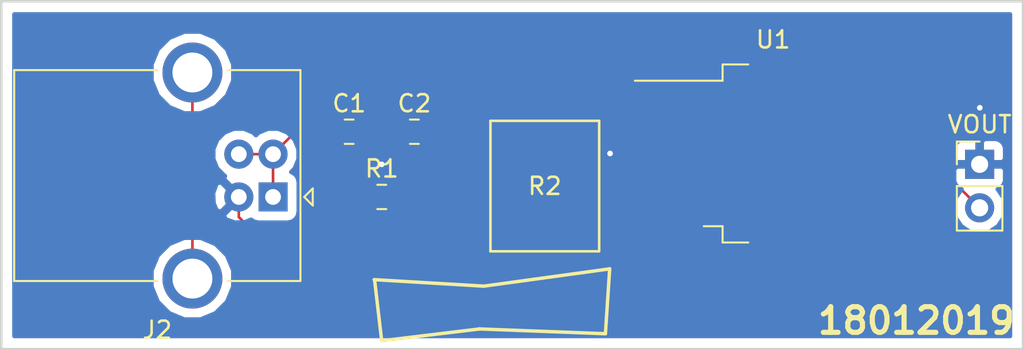
<source format=kicad_pcb>
(kicad_pcb (version 20171130) (host pcbnew "(5.0.2)-1")

  (general
    (thickness 1.6)
    (drawings 13)
    (tracks 51)
    (zones 0)
    (modules 7)
    (nets 7)
  )

  (page A4)
  (layers
    (0 F.Cu signal)
    (31 B.Cu signal)
    (32 B.Adhes user)
    (33 F.Adhes user)
    (34 B.Paste user)
    (35 F.Paste user)
    (36 B.SilkS user)
    (37 F.SilkS user)
    (38 B.Mask user)
    (39 F.Mask user)
    (40 Dwgs.User user)
    (41 Cmts.User user)
    (42 Eco1.User user)
    (43 Eco2.User user)
    (44 Edge.Cuts user)
    (45 Margin user)
    (46 B.CrtYd user)
    (47 F.CrtYd user)
    (48 B.Fab user)
    (49 F.Fab user)
  )

  (setup
    (last_trace_width 0.1524)
    (trace_clearance 0.1524)
    (zone_clearance 0.508)
    (zone_45_only no)
    (trace_min 0.1524)
    (segment_width 0.2)
    (edge_width 0.15)
    (via_size 0.6858)
    (via_drill 0.3302)
    (via_min_size 0.027)
    (via_min_drill 0.013)
    (uvia_size 0.3)
    (uvia_drill 0.1)
    (uvias_allowed no)
    (uvia_min_size 0.2)
    (uvia_min_drill 0.1)
    (pcb_text_width 0.3)
    (pcb_text_size 1.5 1.5)
    (mod_edge_width 0.15)
    (mod_text_size 1 1)
    (mod_text_width 0.15)
    (pad_size 1.524 1.524)
    (pad_drill 0.762)
    (pad_to_mask_clearance 0.051)
    (solder_mask_min_width 0.25)
    (aux_axis_origin 0 0)
    (visible_elements 7FFFFFFF)
    (pcbplotparams
      (layerselection 0x010f0_ffffffff)
      (usegerberextensions true)
      (usegerberattributes false)
      (usegerberadvancedattributes false)
      (creategerberjobfile false)
      (excludeedgelayer true)
      (linewidth 0.100000)
      (plotframeref false)
      (viasonmask false)
      (mode 1)
      (useauxorigin false)
      (hpglpennumber 1)
      (hpglpenspeed 20)
      (hpglpendiameter 15.000000)
      (psnegative false)
      (psa4output false)
      (plotreference true)
      (plotvalue true)
      (plotinvisibletext false)
      (padsonsilk false)
      (subtractmaskfromsilk false)
      (outputformat 1)
      (mirror false)
      (drillshape 0)
      (scaleselection 1)
      (outputdirectory ""))
  )

  (net 0 "")
  (net 1 GND)
  (net 2 "Net-(C1-Pad1)")
  (net 3 /VOUT)
  (net 4 "Net-(J2-Pad5)")
  (net 5 "Net-(R1-Pad1)")
  (net 6 "Net-(R2-Pad1)")

  (net_class Default "This is the default net class."
    (clearance 0.1524)
    (trace_width 0.1524)
    (via_dia 0.6858)
    (via_drill 0.3302)
    (uvia_dia 0.3)
    (uvia_drill 0.1)
    (add_net "Net-(C1-Pad1)")
    (add_net "Net-(J2-Pad5)")
    (add_net "Net-(R1-Pad1)")
    (add_net "Net-(R2-Pad1)")
  )

  (net_class Header ""
    (clearance 0.0254)
    (trace_width 0.1524)
    (via_dia 0.6858)
    (via_drill 0.3302)
    (uvia_dia 0.3)
    (uvia_drill 0.1)
    (add_net /VOUT)
    (add_net GND)
  )

  (module Connector_PinHeader_2.54mm:PinHeader_1x02_P2.54mm_Vertical (layer F.Cu) (tedit 5C41F4E9) (tstamp 5C4EAF0C)
    (at 175.26 79.375)
    (descr "Through hole straight pin header, 1x02, 2.54mm pitch, single row")
    (tags "Through hole pin header THT 1x02 2.54mm single row")
    (path /5C41BE51)
    (fp_text reference VOUT (at 0 -2.33) (layer F.SilkS)
      (effects (font (size 1 1) (thickness 0.15)))
    )
    (fp_text value Blub (at 0 4.87) (layer F.Fab)
      (effects (font (size 1 1) (thickness 0.15)))
    )
    (fp_text user %R (at 0 1.27 90) (layer F.Fab)
      (effects (font (size 1 1) (thickness 0.15)))
    )
    (fp_line (start 1.8 -1.8) (end -1.8 -1.8) (layer F.CrtYd) (width 0.05))
    (fp_line (start 1.8 4.35) (end 1.8 -1.8) (layer F.CrtYd) (width 0.05))
    (fp_line (start -1.8 4.35) (end 1.8 4.35) (layer F.CrtYd) (width 0.05))
    (fp_line (start -1.8 -1.8) (end -1.8 4.35) (layer F.CrtYd) (width 0.05))
    (fp_line (start -1.33 -1.33) (end 0 -1.33) (layer F.SilkS) (width 0.12))
    (fp_line (start -1.33 0) (end -1.33 -1.33) (layer F.SilkS) (width 0.12))
    (fp_line (start -1.33 1.27) (end 1.33 1.27) (layer F.SilkS) (width 0.12))
    (fp_line (start 1.33 1.27) (end 1.33 3.87) (layer F.SilkS) (width 0.12))
    (fp_line (start -1.33 1.27) (end -1.33 3.87) (layer F.SilkS) (width 0.12))
    (fp_line (start -1.33 3.87) (end 1.33 3.87) (layer F.SilkS) (width 0.12))
    (fp_line (start -1.27 -0.635) (end -0.635 -1.27) (layer F.Fab) (width 0.1))
    (fp_line (start -1.27 3.81) (end -1.27 -0.635) (layer F.Fab) (width 0.1))
    (fp_line (start 1.27 3.81) (end -1.27 3.81) (layer F.Fab) (width 0.1))
    (fp_line (start 1.27 -1.27) (end 1.27 3.81) (layer F.Fab) (width 0.1))
    (fp_line (start -0.635 -1.27) (end 1.27 -1.27) (layer F.Fab) (width 0.1))
    (pad 2 thru_hole oval (at 0 2.54) (size 1.7 1.7) (drill 1) (layers *.Cu *.Mask)
      (net 3 /VOUT))
    (pad 1 thru_hole rect (at 0 0) (size 1.7 1.7) (drill 1) (layers *.Cu *.Mask)
      (net 1 GND))
    (model ${KISYS3DMOD}/Connector_PinHeader_2.54mm.3dshapes/PinHeader_1x02_P2.54mm_Vertical.wrl
      (at (xyz 0 0 0))
      (scale (xyz 1 1 1))
      (rotate (xyz 0 0 0))
    )
  )

  (module Capacitor_SMD:C_0805_2012Metric (layer F.Cu) (tedit 5B36C52B) (tstamp 5C4E609E)
    (at 138.43 77.47)
    (descr "Capacitor SMD 0805 (2012 Metric), square (rectangular) end terminal, IPC_7351 nominal, (Body size source: https://docs.google.com/spreadsheets/d/1BsfQQcO9C6DZCsRaXUlFlo91Tg2WpOkGARC1WS5S8t0/edit?usp=sharing), generated with kicad-footprint-generator")
    (tags capacitor)
    (path /5C41B796)
    (attr smd)
    (fp_text reference C1 (at 0 -1.65) (layer F.SilkS)
      (effects (font (size 1 1) (thickness 0.15)))
    )
    (fp_text value C (at 0 1.65) (layer F.Fab)
      (effects (font (size 1 1) (thickness 0.15)))
    )
    (fp_text user %R (at 0 0) (layer F.Fab)
      (effects (font (size 0.5 0.5) (thickness 0.08)))
    )
    (fp_line (start 1.68 0.95) (end -1.68 0.95) (layer F.CrtYd) (width 0.05))
    (fp_line (start 1.68 -0.95) (end 1.68 0.95) (layer F.CrtYd) (width 0.05))
    (fp_line (start -1.68 -0.95) (end 1.68 -0.95) (layer F.CrtYd) (width 0.05))
    (fp_line (start -1.68 0.95) (end -1.68 -0.95) (layer F.CrtYd) (width 0.05))
    (fp_line (start -0.258578 0.71) (end 0.258578 0.71) (layer F.SilkS) (width 0.12))
    (fp_line (start -0.258578 -0.71) (end 0.258578 -0.71) (layer F.SilkS) (width 0.12))
    (fp_line (start 1 0.6) (end -1 0.6) (layer F.Fab) (width 0.1))
    (fp_line (start 1 -0.6) (end 1 0.6) (layer F.Fab) (width 0.1))
    (fp_line (start -1 -0.6) (end 1 -0.6) (layer F.Fab) (width 0.1))
    (fp_line (start -1 0.6) (end -1 -0.6) (layer F.Fab) (width 0.1))
    (pad 2 smd roundrect (at 0.9375 0) (size 0.975 1.4) (layers F.Cu F.Paste F.Mask) (roundrect_rratio 0.25)
      (net 1 GND))
    (pad 1 smd roundrect (at -0.9375 0) (size 0.975 1.4) (layers F.Cu F.Paste F.Mask) (roundrect_rratio 0.25)
      (net 2 "Net-(C1-Pad1)"))
    (model ${KISYS3DMOD}/Capacitor_SMD.3dshapes/C_0805_2012Metric.wrl
      (at (xyz 0 0 0))
      (scale (xyz 1 1 1))
      (rotate (xyz 0 0 0))
    )
  )

  (module Capacitor_SMD:C_0805_2012Metric (layer F.Cu) (tedit 5B36C52B) (tstamp 5C4E60AF)
    (at 142.24 77.47)
    (descr "Capacitor SMD 0805 (2012 Metric), square (rectangular) end terminal, IPC_7351 nominal, (Body size source: https://docs.google.com/spreadsheets/d/1BsfQQcO9C6DZCsRaXUlFlo91Tg2WpOkGARC1WS5S8t0/edit?usp=sharing), generated with kicad-footprint-generator")
    (tags capacitor)
    (path /5C41B744)
    (attr smd)
    (fp_text reference C2 (at 0 -1.65) (layer F.SilkS)
      (effects (font (size 1 1) (thickness 0.15)))
    )
    (fp_text value C (at 0 1.65) (layer F.Fab)
      (effects (font (size 1 1) (thickness 0.15)))
    )
    (fp_line (start -1 0.6) (end -1 -0.6) (layer F.Fab) (width 0.1))
    (fp_line (start -1 -0.6) (end 1 -0.6) (layer F.Fab) (width 0.1))
    (fp_line (start 1 -0.6) (end 1 0.6) (layer F.Fab) (width 0.1))
    (fp_line (start 1 0.6) (end -1 0.6) (layer F.Fab) (width 0.1))
    (fp_line (start -0.258578 -0.71) (end 0.258578 -0.71) (layer F.SilkS) (width 0.12))
    (fp_line (start -0.258578 0.71) (end 0.258578 0.71) (layer F.SilkS) (width 0.12))
    (fp_line (start -1.68 0.95) (end -1.68 -0.95) (layer F.CrtYd) (width 0.05))
    (fp_line (start -1.68 -0.95) (end 1.68 -0.95) (layer F.CrtYd) (width 0.05))
    (fp_line (start 1.68 -0.95) (end 1.68 0.95) (layer F.CrtYd) (width 0.05))
    (fp_line (start 1.68 0.95) (end -1.68 0.95) (layer F.CrtYd) (width 0.05))
    (fp_text user %R (at 0 0) (layer F.Fab)
      (effects (font (size 0.5 0.5) (thickness 0.08)))
    )
    (pad 1 smd roundrect (at -0.9375 0) (size 0.975 1.4) (layers F.Cu F.Paste F.Mask) (roundrect_rratio 0.25)
      (net 1 GND))
    (pad 2 smd roundrect (at 0.9375 0) (size 0.975 1.4) (layers F.Cu F.Paste F.Mask) (roundrect_rratio 0.25)
      (net 3 /VOUT))
    (model ${KISYS3DMOD}/Capacitor_SMD.3dshapes/C_0805_2012Metric.wrl
      (at (xyz 0 0 0))
      (scale (xyz 1 1 1))
      (rotate (xyz 0 0 0))
    )
  )

  (module Connector_USB:USB_B_OST_USB-B1HSxx_Horizontal (layer F.Cu) (tedit 5AFE01FF) (tstamp 5C4E60E4)
    (at 133.985 81.28 180)
    (descr "USB B receptacle, Horizontal, through-hole, http://www.on-shore.com/wp-content/uploads/2015/09/usb-b1hsxx.pdf")
    (tags "USB-B receptacle horizontal through-hole")
    (path /5C41B684)
    (fp_text reference J2 (at 6.76 -7.77 180) (layer F.SilkS)
      (effects (font (size 1 1) (thickness 0.15)))
    )
    (fp_text value USB_B (at 6.76 10.27 180) (layer F.Fab)
      (effects (font (size 1 1) (thickness 0.15)))
    )
    (fp_line (start -0.49 -4.8) (end 15.01 -4.8) (layer F.Fab) (width 0.1))
    (fp_line (start 15.01 -4.8) (end 15.01 7.3) (layer F.Fab) (width 0.1))
    (fp_line (start 15.01 7.3) (end -1.49 7.3) (layer F.Fab) (width 0.1))
    (fp_line (start -1.49 7.3) (end -1.49 -3.8) (layer F.Fab) (width 0.1))
    (fp_line (start -1.49 -3.8) (end -0.49 -4.8) (layer F.Fab) (width 0.1))
    (fp_line (start 2.66 -4.91) (end -1.6 -4.91) (layer F.SilkS) (width 0.12))
    (fp_line (start -1.6 -4.91) (end -1.6 7.41) (layer F.SilkS) (width 0.12))
    (fp_line (start -1.6 7.41) (end 2.66 7.41) (layer F.SilkS) (width 0.12))
    (fp_line (start 6.76 -4.91) (end 15.12 -4.91) (layer F.SilkS) (width 0.12))
    (fp_line (start 15.12 -4.91) (end 15.12 7.41) (layer F.SilkS) (width 0.12))
    (fp_line (start 15.12 7.41) (end 6.76 7.41) (layer F.SilkS) (width 0.12))
    (fp_line (start -1.82 0) (end -2.32 -0.5) (layer F.SilkS) (width 0.12))
    (fp_line (start -2.32 -0.5) (end -2.32 0.5) (layer F.SilkS) (width 0.12))
    (fp_line (start -2.32 0.5) (end -1.82 0) (layer F.SilkS) (width 0.12))
    (fp_line (start -1.99 -7.02) (end -1.99 9.52) (layer F.CrtYd) (width 0.05))
    (fp_line (start -1.99 9.52) (end 15.51 9.52) (layer F.CrtYd) (width 0.05))
    (fp_line (start 15.51 9.52) (end 15.51 -7.02) (layer F.CrtYd) (width 0.05))
    (fp_line (start 15.51 -7.02) (end -1.99 -7.02) (layer F.CrtYd) (width 0.05))
    (fp_text user %R (at 6.76 1.25 180) (layer F.Fab)
      (effects (font (size 1 1) (thickness 0.15)))
    )
    (pad 1 thru_hole rect (at 0 0 180) (size 1.7 1.7) (drill 0.92) (layers *.Cu *.Mask)
      (net 2 "Net-(C1-Pad1)"))
    (pad 2 thru_hole circle (at 0 2.5 180) (size 1.7 1.7) (drill 0.92) (layers *.Cu *.Mask)
      (net 2 "Net-(C1-Pad1)"))
    (pad 3 thru_hole circle (at 2 2.5 180) (size 1.7 1.7) (drill 0.92) (layers *.Cu *.Mask)
      (net 2 "Net-(C1-Pad1)"))
    (pad 4 thru_hole circle (at 2 0 180) (size 1.7 1.7) (drill 0.92) (layers *.Cu *.Mask)
      (net 1 GND))
    (pad 5 thru_hole circle (at 4.71 -4.77 180) (size 3.5 3.5) (drill 2.33) (layers *.Cu *.Mask)
      (net 4 "Net-(J2-Pad5)"))
    (pad 5 thru_hole circle (at 4.71 7.27 180) (size 3.5 3.5) (drill 2.33) (layers *.Cu *.Mask)
      (net 4 "Net-(J2-Pad5)"))
    (model ${KISYS3DMOD}/Connector_USB.3dshapes/USB_B_OST_USB-B1HSxx_Horizontal.wrl
      (at (xyz 0 0 0))
      (scale (xyz 1 1 1))
      (rotate (xyz 0 0 0))
    )
  )

  (module Resistor_SMD:R_0805_2012Metric (layer F.Cu) (tedit 5B36C52B) (tstamp 5C4E60F5)
    (at 140.335 81.28)
    (descr "Resistor SMD 0805 (2012 Metric), square (rectangular) end terminal, IPC_7351 nominal, (Body size source: https://docs.google.com/spreadsheets/d/1BsfQQcO9C6DZCsRaXUlFlo91Tg2WpOkGARC1WS5S8t0/edit?usp=sharing), generated with kicad-footprint-generator")
    (tags resistor)
    (path /5C41B7E9)
    (attr smd)
    (fp_text reference R1 (at 0 -1.65) (layer F.SilkS)
      (effects (font (size 1 1) (thickness 0.15)))
    )
    (fp_text value R (at 0 1.65) (layer F.Fab)
      (effects (font (size 1 1) (thickness 0.15)))
    )
    (fp_line (start -1 0.6) (end -1 -0.6) (layer F.Fab) (width 0.1))
    (fp_line (start -1 -0.6) (end 1 -0.6) (layer F.Fab) (width 0.1))
    (fp_line (start 1 -0.6) (end 1 0.6) (layer F.Fab) (width 0.1))
    (fp_line (start 1 0.6) (end -1 0.6) (layer F.Fab) (width 0.1))
    (fp_line (start -0.258578 -0.71) (end 0.258578 -0.71) (layer F.SilkS) (width 0.12))
    (fp_line (start -0.258578 0.71) (end 0.258578 0.71) (layer F.SilkS) (width 0.12))
    (fp_line (start -1.68 0.95) (end -1.68 -0.95) (layer F.CrtYd) (width 0.05))
    (fp_line (start -1.68 -0.95) (end 1.68 -0.95) (layer F.CrtYd) (width 0.05))
    (fp_line (start 1.68 -0.95) (end 1.68 0.95) (layer F.CrtYd) (width 0.05))
    (fp_line (start 1.68 0.95) (end -1.68 0.95) (layer F.CrtYd) (width 0.05))
    (fp_text user %R (at 0 0) (layer F.Fab)
      (effects (font (size 0.5 0.5) (thickness 0.08)))
    )
    (pad 1 smd roundrect (at -0.9375 0) (size 0.975 1.4) (layers F.Cu F.Paste F.Mask) (roundrect_rratio 0.25)
      (net 5 "Net-(R1-Pad1)"))
    (pad 2 smd roundrect (at 0.9375 0) (size 0.975 1.4) (layers F.Cu F.Paste F.Mask) (roundrect_rratio 0.25)
      (net 1 GND))
    (model ${KISYS3DMOD}/Resistor_SMD.3dshapes/R_0805_2012Metric.wrl
      (at (xyz 0 0 0))
      (scale (xyz 1 1 1))
      (rotate (xyz 0 0 0))
    )
  )

  (module proj_001:TPOT (layer F.Cu) (tedit 5C41CB71) (tstamp 5C4E6100)
    (at 149.86 80.645)
    (descr "SOT-23, Standard")
    (tags SOT-23)
    (path /5C41B88C)
    (attr smd)
    (fp_text reference R2 (at 0 0) (layer F.SilkS)
      (effects (font (size 1 1) (thickness 0.15)))
    )
    (fp_text value R_POT (at 0 2.5) (layer F.Fab)
      (effects (font (size 1 1) (thickness 0.15)))
    )
    (fp_line (start -3.175 3.81) (end -3.175 -3.81) (layer F.SilkS) (width 0.15))
    (fp_line (start -3.175 -3.81) (end 3.175 -3.81) (layer F.SilkS) (width 0.15))
    (fp_line (start 3.175 -3.81) (end 3.175 3.81) (layer F.SilkS) (width 0.15))
    (fp_line (start 3.175 3.81) (end -3.175 3.81) (layer F.SilkS) (width 0.15))
    (pad 1 smd rect (at -2.54 2.413) (size 1.1938 2.794) (layers F.Cu F.Paste F.Mask)
      (net 6 "Net-(R2-Pad1)"))
    (pad 3 smd rect (at 2.54 2.413) (size 1.1938 2.794) (layers F.Cu F.Paste F.Mask)
      (net 5 "Net-(R1-Pad1)"))
    (pad 2 smd rect (at 0.047 -2.413) (size 1.1938 2.794) (layers F.Cu F.Paste F.Mask)
      (net 3 /VOUT))
    (model ${KISYS3DMOD}/Package_TO_SOT_SMD.3dshapes/SOT-23.wrl
      (at (xyz 0 0 0))
      (scale (xyz 1 1 1))
      (rotate (xyz 0 0 0))
    )
  )

  (module Package_TO_SOT_SMD:TO-263-5_TabPin6 (layer F.Cu) (tedit 5A70FBC1) (tstamp 5C4E6130)
    (at 163.195 78.74)
    (descr "TO-263 / D2PAK / DDPAK SMD package, http://www.infineon.com/cms/en/product/packages/PG-TO263/PG-TO263-5-1/")
    (tags "D2PAK DDPAK TO-263 D2PAK-5 TO-263-5 SOT-426")
    (path /5C41BD74)
    (attr smd)
    (fp_text reference U1 (at 0 -6.65) (layer F.SilkS)
      (effects (font (size 1 1) (thickness 0.15)))
    )
    (fp_text value LDO-TL1963-TO263-5 (at 0 6.65) (layer F.Fab)
      (effects (font (size 1 1) (thickness 0.15)))
    )
    (fp_line (start 6.5 -5) (end 7.5 -5) (layer F.Fab) (width 0.1))
    (fp_line (start 7.5 -5) (end 7.5 5) (layer F.Fab) (width 0.1))
    (fp_line (start 7.5 5) (end 6.5 5) (layer F.Fab) (width 0.1))
    (fp_line (start 6.5 -5) (end 6.5 5) (layer F.Fab) (width 0.1))
    (fp_line (start 6.5 5) (end -2.75 5) (layer F.Fab) (width 0.1))
    (fp_line (start -2.75 5) (end -2.75 -4) (layer F.Fab) (width 0.1))
    (fp_line (start -2.75 -4) (end -1.75 -5) (layer F.Fab) (width 0.1))
    (fp_line (start -1.75 -5) (end 6.5 -5) (layer F.Fab) (width 0.1))
    (fp_line (start -2.75 -3.8) (end -7.45 -3.8) (layer F.Fab) (width 0.1))
    (fp_line (start -7.45 -3.8) (end -7.45 -3) (layer F.Fab) (width 0.1))
    (fp_line (start -7.45 -3) (end -2.75 -3) (layer F.Fab) (width 0.1))
    (fp_line (start -2.75 -2.1) (end -7.45 -2.1) (layer F.Fab) (width 0.1))
    (fp_line (start -7.45 -2.1) (end -7.45 -1.3) (layer F.Fab) (width 0.1))
    (fp_line (start -7.45 -1.3) (end -2.75 -1.3) (layer F.Fab) (width 0.1))
    (fp_line (start -2.75 -0.4) (end -7.45 -0.4) (layer F.Fab) (width 0.1))
    (fp_line (start -7.45 -0.4) (end -7.45 0.4) (layer F.Fab) (width 0.1))
    (fp_line (start -7.45 0.4) (end -2.75 0.4) (layer F.Fab) (width 0.1))
    (fp_line (start -2.75 1.3) (end -7.45 1.3) (layer F.Fab) (width 0.1))
    (fp_line (start -7.45 1.3) (end -7.45 2.1) (layer F.Fab) (width 0.1))
    (fp_line (start -7.45 2.1) (end -2.75 2.1) (layer F.Fab) (width 0.1))
    (fp_line (start -2.75 3) (end -7.45 3) (layer F.Fab) (width 0.1))
    (fp_line (start -7.45 3) (end -7.45 3.8) (layer F.Fab) (width 0.1))
    (fp_line (start -7.45 3.8) (end -2.75 3.8) (layer F.Fab) (width 0.1))
    (fp_line (start -1.45 -5.2) (end -2.95 -5.2) (layer F.SilkS) (width 0.12))
    (fp_line (start -2.95 -5.2) (end -2.95 -4.25) (layer F.SilkS) (width 0.12))
    (fp_line (start -2.95 -4.25) (end -8.075 -4.25) (layer F.SilkS) (width 0.12))
    (fp_line (start -1.45 5.2) (end -2.95 5.2) (layer F.SilkS) (width 0.12))
    (fp_line (start -2.95 5.2) (end -2.95 4.25) (layer F.SilkS) (width 0.12))
    (fp_line (start -2.95 4.25) (end -4.05 4.25) (layer F.SilkS) (width 0.12))
    (fp_line (start -8.32 -5.65) (end -8.32 5.65) (layer F.CrtYd) (width 0.05))
    (fp_line (start -8.32 5.65) (end 8.32 5.65) (layer F.CrtYd) (width 0.05))
    (fp_line (start 8.32 5.65) (end 8.32 -5.65) (layer F.CrtYd) (width 0.05))
    (fp_line (start 8.32 -5.65) (end -8.32 -5.65) (layer F.CrtYd) (width 0.05))
    (fp_text user %R (at 0 0) (layer F.Fab)
      (effects (font (size 1 1) (thickness 0.15)))
    )
    (pad 1 smd rect (at -5.775 -3.4) (size 4.6 1.1) (layers F.Cu F.Paste F.Mask)
      (net 2 "Net-(C1-Pad1)"))
    (pad 2 smd rect (at -5.775 -1.7) (size 4.6 1.1) (layers F.Cu F.Paste F.Mask)
      (net 2 "Net-(C1-Pad1)"))
    (pad 3 smd rect (at -5.775 0) (size 4.6 1.1) (layers F.Cu F.Paste F.Mask)
      (net 1 GND))
    (pad 4 smd rect (at -5.775 1.7) (size 4.6 1.1) (layers F.Cu F.Paste F.Mask)
      (net 3 /VOUT))
    (pad 5 smd rect (at -5.775 3.4) (size 4.6 1.1) (layers F.Cu F.Paste F.Mask)
      (net 5 "Net-(R1-Pad1)"))
    (pad 6 smd rect (at 3.375 0) (size 9.4 10.8) (layers F.Cu F.Mask))
    (pad "" smd rect (at 5.8 2.775) (size 4.55 5.25) (layers F.Paste))
    (pad "" smd rect (at 0.95 -2.775) (size 4.55 5.25) (layers F.Paste))
    (pad "" smd rect (at 5.8 -2.775) (size 4.55 5.25) (layers F.Paste))
    (pad "" smd rect (at 0.95 2.775) (size 4.55 5.25) (layers F.Paste))
    (model ${KISYS3DMOD}/Package_TO_SOT_SMD.3dshapes/TO-263-5_TabPin6.wrl
      (at (xyz 0 0 0))
      (scale (xyz 1 1 1))
      (rotate (xyz 0 0 0))
    )
  )

  (gr_text 18012019 (at 171.56 88.51) (layer F.SilkS)
    (effects (font (size 1.5 1.5) (thickness 0.3)))
  )
  (gr_line (start 146.3 86.49) (end 139.89 86.11) (layer F.SilkS) (width 0.2))
  (gr_line (start 153.65 85.48) (end 146.3 86.49) (layer F.SilkS) (width 0.2))
  (gr_line (start 153.4 89.27) (end 153.65 85.48) (layer F.SilkS) (width 0.2))
  (gr_line (start 146.05 88.99) (end 153.4 89.27) (layer F.SilkS) (width 0.2))
  (gr_line (start 140.33 89.68) (end 146.05 88.99) (layer F.SilkS) (width 0.2))
  (gr_line (start 139.92 86.15) (end 140.33 89.68) (layer F.SilkS) (width 0.2))
  (gr_text MyFirstPCB (at 146.73 87.76) (layer F.Cu)
    (effects (font (size 1.5 1.5) (thickness 0.3)))
  )
  (gr_line (start 177.8 69.85) (end 118.11 69.85) (angle 90) (layer Edge.Cuts) (width 0.15))
  (gr_line (start 177.8 71.12) (end 177.8 69.85) (angle 90) (layer Edge.Cuts) (width 0.15))
  (gr_line (start 177.8 90.17) (end 177.8 71.12) (angle 90) (layer Edge.Cuts) (width 0.15))
  (gr_line (start 118.11 90.17) (end 177.8 90.17) (angle 90) (layer Edge.Cuts) (width 0.15))
  (gr_line (start 118.11 69.85) (end 118.11 90.17) (angle 90) (layer Edge.Cuts) (width 0.15))

  (segment (start 139.3675 77.47) (end 139.3675 79.0725) (width 0.1524) (layer F.Cu) (net 1) (status 400000))
  (segment (start 131.985 82.455) (end 131.985 81.28) (width 0.1524) (layer F.Cu) (net 1) (tstamp 5C4EABDB) (status 800000))
  (segment (start 132.715 83.185) (end 131.985 82.455) (width 0.1524) (layer F.Cu) (net 1) (tstamp 5C4EABDA))
  (segment (start 135.255 83.185) (end 132.715 83.185) (width 0.1524) (layer F.Cu) (net 1) (tstamp 5C4EABD8))
  (segment (start 139.3675 79.0725) (end 135.255 83.185) (width 0.1524) (layer F.Cu) (net 1) (tstamp 5C4EABD6))
  (segment (start 157.42 78.74) (end 153.67 78.74) (width 0.1524) (layer F.Cu) (net 1) (status 400000))
  (via (at 153.67 78.74) (size 0.6858) (drill 0.3302) (layers F.Cu B.Cu) (net 1))
  (segment (start 153.67 78.74) (end 154.305 78.74) (width 0.1524) (layer B.Cu) (net 1) (tstamp 5C4EAC11))
  (segment (start 141.3025 77.47) (end 141.3025 78.4075) (width 0.1524) (layer F.Cu) (net 1) (status 400000))
  (segment (start 139.3675 78.4075) (end 140.335 79.375) (width 0.1524) (layer F.Cu) (net 1) (tstamp 5C4EAC1A))
  (segment (start 139.3675 78.4075) (end 139.3675 77.47) (width 0.1524) (layer F.Cu) (net 1) (status 800000))
  (segment (start 141.3025 78.4075) (end 140.335 79.375) (width 0.1524) (layer F.Cu) (net 1) (tstamp 5C4EAC14))
  (via (at 140.335 79.375) (size 0.6858) (drill 0.3302) (layers F.Cu B.Cu) (net 1))
  (segment (start 140.335 79.375) (end 140.97 78.74) (width 0.1524) (layer B.Cu) (net 1) (tstamp 5C4EAC2F))
  (segment (start 140.97 78.74) (end 153.67 78.74) (width 0.1524) (layer B.Cu) (net 1))
  (segment (start 140.335 79.375) (end 141.2725 80.3125) (width 0.1524) (layer F.Cu) (net 1) (tstamp 5C4EAC1E))
  (segment (start 141.2725 80.3125) (end 141.2725 81.28) (width 0.1524) (layer F.Cu) (net 1) (status 800000))
  (via (at 175.27 76.07) (size 0.6858) (drill 0.3302) (layers F.Cu B.Cu) (net 1))
  (segment (start 175.26 79.375) (end 175.26 76.08) (width 0.1524) (layer F.Cu) (net 1))
  (segment (start 175.26 76.08) (end 175.27 76.07) (width 0.1524) (layer F.Cu) (net 1))
  (segment (start 157.42 75.34) (end 139.6225 75.34) (width 0.1524) (layer F.Cu) (net 2) (status 400000))
  (segment (start 139.6225 75.34) (end 137.4925 77.47) (width 0.1524) (layer F.Cu) (net 2) (tstamp 5C4EABCA) (status 800000))
  (segment (start 137.4925 77.47) (end 135.295 77.47) (width 0.1524) (layer F.Cu) (net 2) (status 400000))
  (segment (start 135.295 77.47) (end 133.985 78.78) (width 0.1524) (layer F.Cu) (net 2) (tstamp 5C4EABCE) (status 800000))
  (segment (start 133.985 78.78) (end 131.985 78.78) (width 0.1524) (layer F.Cu) (net 2) (status C00000))
  (segment (start 133.985 78.78) (end 133.985 81.28) (width 0.1524) (layer F.Cu) (net 2) (status C00000))
  (segment (start 157.42 75.34) (end 157.42 77.04) (width 0.1524) (layer F.Cu) (net 2) (status C00000))
  (segment (start 143.1775 77.47) (end 149.145 77.47) (width 0.1524) (layer F.Cu) (net 3) (status 400000))
  (segment (start 149.145 77.47) (end 149.907 78.232) (width 0.1524) (layer F.Cu) (net 3) (tstamp 5C4EAC2B) (status 800000))
  (segment (start 157.42 80.44) (end 151.56 80.44) (width 0.1524) (layer F.Cu) (net 3) (status 400000))
  (segment (start 149.907 78.787) (end 149.907 78.232) (width 0.1524) (layer F.Cu) (net 3) (tstamp 5C4EAC5F) (status C00000))
  (segment (start 151.56 80.44) (end 149.907 78.787) (width 0.1524) (layer F.Cu) (net 3) (tstamp 5C4EAC5E) (status 800000))
  (segment (start 172.72 78.91) (end 173.13 79.32) (width 0.1524) (layer F.Cu) (net 3))
  (segment (start 172.72 73.66) (end 172.72 78.91) (width 0.1524) (layer F.Cu) (net 3))
  (segment (start 173.13 79.785) (end 175.26 81.915) (width 0.1524) (layer F.Cu) (net 3))
  (segment (start 171.45 72.39) (end 172.72 73.66) (width 0.1524) (layer F.Cu) (net 3))
  (segment (start 173.13 79.32) (end 173.13 79.785) (width 0.1524) (layer F.Cu) (net 3))
  (segment (start 161.925 72.39) (end 171.45 72.39) (width 0.1524) (layer F.Cu) (net 3))
  (segment (start 160.86 80.44) (end 161.29 80.01) (width 0.1524) (layer F.Cu) (net 3))
  (segment (start 157.42 80.44) (end 160.86 80.44) (width 0.1524) (layer F.Cu) (net 3))
  (segment (start 161.29 80.01) (end 161.29 79.375) (width 0.1524) (layer F.Cu) (net 3))
  (segment (start 161.29 79.375) (end 160.655 78.74) (width 0.1524) (layer F.Cu) (net 3))
  (segment (start 160.655 78.74) (end 160.655 73.66) (width 0.1524) (layer F.Cu) (net 3))
  (segment (start 160.655 73.66) (end 161.925 72.39) (width 0.1524) (layer F.Cu) (net 3))
  (segment (start 129.275 74.01) (end 129.275 86.05) (width 0.1524) (layer F.Cu) (net 4) (status C00000))
  (segment (start 139.3975 81.28) (end 139.3975 82.8825) (width 0.1524) (layer F.Cu) (net 5) (status 400000))
  (segment (start 150.368 85.09) (end 152.4 83.058) (width 0.1524) (layer F.Cu) (net 5) (tstamp 5C4EAC26) (status 800000))
  (segment (start 141.605 85.09) (end 150.368 85.09) (width 0.1524) (layer F.Cu) (net 5) (tstamp 5C4EAC24))
  (segment (start 139.3975 82.8825) (end 141.605 85.09) (width 0.1524) (layer F.Cu) (net 5) (tstamp 5C4EAC22))
  (segment (start 152.4 83.058) (end 156.502 83.058) (width 0.1524) (layer F.Cu) (net 5) (status 400000))
  (segment (start 156.502 83.058) (end 157.42 82.14) (width 0.1524) (layer F.Cu) (net 5) (tstamp 5C4EAC59) (status 800000))

  (zone (net 1) (net_name GND) (layer B.Cu) (tstamp 5C4EAD93) (hatch edge 0.508)
    (connect_pads (clearance 0.508))
    (min_thickness 0.254)
    (fill yes (arc_segments 16) (thermal_gap 0.508) (thermal_bridge_width 0.508))
    (polygon
      (pts
        (xy 118.745 70.485) (xy 118.745 89.535) (xy 177.165 89.535) (xy 177.165 70.485)
      )
    )
    (filled_polygon
      (pts
        (xy 177.038 89.408) (xy 118.872 89.408) (xy 118.872 85.575594) (xy 126.89 85.575594) (xy 126.89 86.524406)
        (xy 127.253095 87.400994) (xy 127.924006 88.071905) (xy 128.800594 88.435) (xy 129.749406 88.435) (xy 130.625994 88.071905)
        (xy 131.296905 87.400994) (xy 131.66 86.524406) (xy 131.66 85.575594) (xy 131.296905 84.699006) (xy 130.625994 84.028095)
        (xy 129.749406 83.665) (xy 128.800594 83.665) (xy 127.924006 84.028095) (xy 127.253095 84.699006) (xy 126.89 85.575594)
        (xy 118.872 85.575594) (xy 118.872 81.051279) (xy 130.488282 81.051279) (xy 130.514685 81.641458) (xy 130.689741 82.06408)
        (xy 130.941042 82.144353) (xy 131.805395 81.28) (xy 130.941042 80.415647) (xy 130.689741 80.49592) (xy 130.488282 81.051279)
        (xy 118.872 81.051279) (xy 118.872 78.484615) (xy 130.5 78.484615) (xy 130.5 79.075385) (xy 130.726078 79.621185)
        (xy 131.143815 80.038922) (xy 131.178963 80.053481) (xy 131.120647 80.236042) (xy 131.985 81.100395) (xy 131.999143 81.086253)
        (xy 132.178748 81.265858) (xy 132.164605 81.28) (xy 132.178748 81.294143) (xy 131.999143 81.473748) (xy 131.985 81.459605)
        (xy 131.120647 82.323958) (xy 131.20092 82.575259) (xy 131.756279 82.776718) (xy 132.346458 82.750315) (xy 132.700761 82.603558)
        (xy 132.887235 82.728157) (xy 133.135 82.77744) (xy 134.835 82.77744) (xy 135.082765 82.728157) (xy 135.292809 82.587809)
        (xy 135.433157 82.377765) (xy 135.48244 82.13) (xy 135.48244 81.915) (xy 173.745908 81.915) (xy 173.861161 82.494418)
        (xy 174.189375 82.985625) (xy 174.680582 83.313839) (xy 175.113744 83.4) (xy 175.406256 83.4) (xy 175.839418 83.313839)
        (xy 176.330625 82.985625) (xy 176.658839 82.494418) (xy 176.774092 81.915) (xy 176.658839 81.335582) (xy 176.330625 80.844375)
        (xy 176.308967 80.829904) (xy 176.469698 80.763327) (xy 176.648327 80.584699) (xy 176.745 80.35131) (xy 176.745 79.66075)
        (xy 176.58625 79.502) (xy 175.387 79.502) (xy 175.387 79.522) (xy 175.133 79.522) (xy 175.133 79.502)
        (xy 173.93375 79.502) (xy 173.775 79.66075) (xy 173.775 80.35131) (xy 173.871673 80.584699) (xy 174.050302 80.763327)
        (xy 174.211033 80.829904) (xy 174.189375 80.844375) (xy 173.861161 81.335582) (xy 173.745908 81.915) (xy 135.48244 81.915)
        (xy 135.48244 80.43) (xy 135.433157 80.182235) (xy 135.292809 79.972191) (xy 135.082765 79.831843) (xy 135.041477 79.82363)
        (xy 135.243922 79.621185) (xy 135.47 79.075385) (xy 135.47 78.484615) (xy 135.434409 78.39869) (xy 173.775 78.39869)
        (xy 173.775 79.08925) (xy 173.93375 79.248) (xy 175.133 79.248) (xy 175.133 78.04875) (xy 175.387 78.04875)
        (xy 175.387 79.248) (xy 176.58625 79.248) (xy 176.745 79.08925) (xy 176.745 78.39869) (xy 176.648327 78.165301)
        (xy 176.469698 77.986673) (xy 176.236309 77.89) (xy 175.54575 77.89) (xy 175.387 78.04875) (xy 175.133 78.04875)
        (xy 174.97425 77.89) (xy 174.283691 77.89) (xy 174.050302 77.986673) (xy 173.871673 78.165301) (xy 173.775 78.39869)
        (xy 135.434409 78.39869) (xy 135.243922 77.938815) (xy 134.826185 77.521078) (xy 134.280385 77.295) (xy 133.689615 77.295)
        (xy 133.143815 77.521078) (xy 132.985 77.679893) (xy 132.826185 77.521078) (xy 132.280385 77.295) (xy 131.689615 77.295)
        (xy 131.143815 77.521078) (xy 130.726078 77.938815) (xy 130.5 78.484615) (xy 118.872 78.484615) (xy 118.872 73.535594)
        (xy 126.89 73.535594) (xy 126.89 74.484406) (xy 127.253095 75.360994) (xy 127.924006 76.031905) (xy 128.800594 76.395)
        (xy 129.749406 76.395) (xy 130.625994 76.031905) (xy 131.296905 75.360994) (xy 131.66 74.484406) (xy 131.66 73.535594)
        (xy 131.296905 72.659006) (xy 130.625994 71.988095) (xy 129.749406 71.625) (xy 128.800594 71.625) (xy 127.924006 71.988095)
        (xy 127.253095 72.659006) (xy 126.89 73.535594) (xy 118.872 73.535594) (xy 118.872 70.612) (xy 177.038 70.612)
      )
    )
  )
)

</source>
